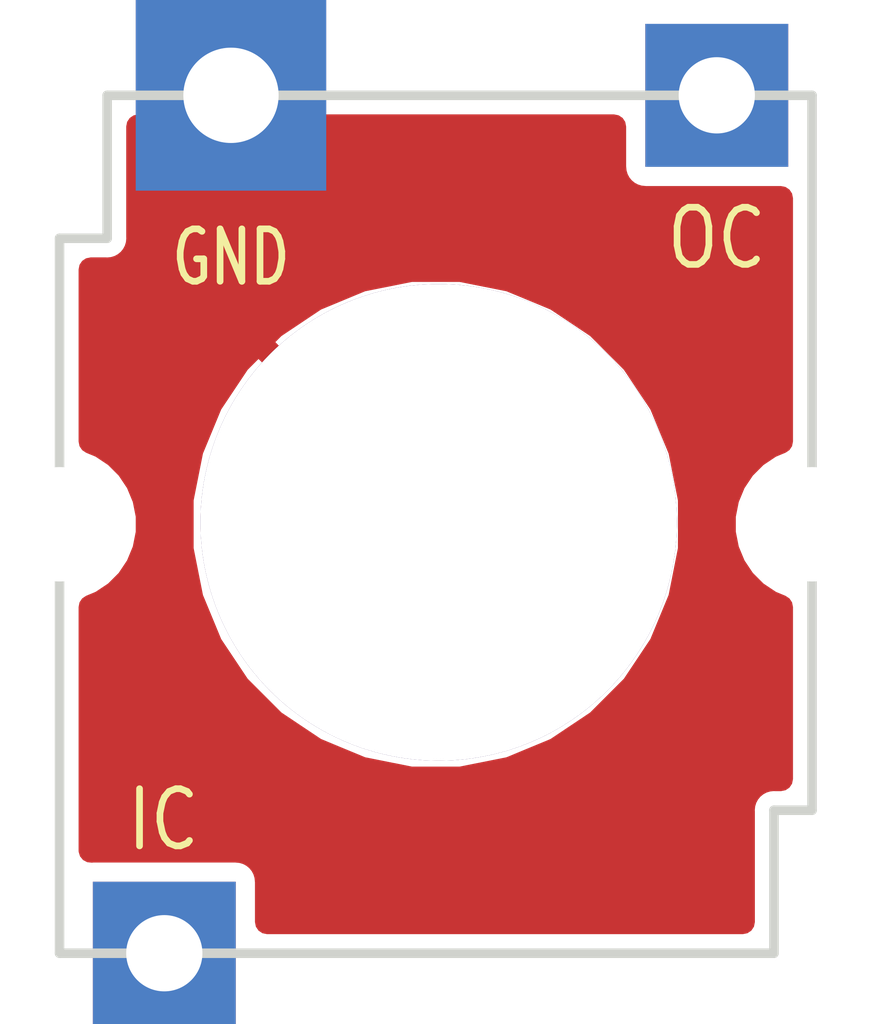
<source format=kicad_pcb>
(kicad_pcb (version 20171130) (host pcbnew "(5.1.10-1-10_14)")

  (general
    (thickness 1.6)
    (drawings 16)
    (tracks 2)
    (zones 0)
    (modules 6)
    (nets 4)
  )

  (page A4)
  (layers
    (0 F.Cu signal)
    (31 B.Cu signal)
    (32 B.Adhes user)
    (33 F.Adhes user)
    (34 B.Paste user)
    (35 F.Paste user)
    (36 B.SilkS user)
    (37 F.SilkS user)
    (38 B.Mask user)
    (39 F.Mask user)
    (40 Dwgs.User user)
    (41 Cmts.User user)
    (42 Eco1.User user)
    (43 Eco2.User user)
    (44 Edge.Cuts user)
    (45 Margin user)
    (46 B.CrtYd user)
    (47 F.CrtYd user)
    (48 B.Fab user)
    (49 F.Fab user)
  )

  (setup
    (last_trace_width 0.25)
    (user_trace_width 0.4)
    (trace_clearance 0.2)
    (zone_clearance 0.15)
    (zone_45_only no)
    (trace_min 0.2)
    (via_size 0.6)
    (via_drill 0.4)
    (via_min_size 0.4)
    (via_min_drill 0.3)
    (uvia_size 0.3)
    (uvia_drill 0.1)
    (uvias_allowed no)
    (uvia_min_size 0.2)
    (uvia_min_drill 0.1)
    (edge_width 0.05)
    (segment_width 0.05)
    (pcb_text_width 0.3)
    (pcb_text_size 1.5 1.5)
    (mod_edge_width 0.15)
    (mod_text_size 1 1)
    (mod_text_width 0.15)
    (pad_size 5.65 5.65)
    (pad_drill 5)
    (pad_to_mask_clearance 0.2)
    (aux_axis_origin 0 0)
    (visible_elements 7FFCFF7F)
    (pcbplotparams
      (layerselection 0x010f0_80000001)
      (usegerberextensions true)
      (usegerberattributes true)
      (usegerberadvancedattributes true)
      (creategerberjobfile true)
      (excludeedgelayer true)
      (linewidth 0.100000)
      (plotframeref false)
      (viasonmask false)
      (mode 1)
      (useauxorigin false)
      (hpglpennumber 1)
      (hpglpenspeed 20)
      (hpglpendiameter 15.000000)
      (psnegative false)
      (psa4output false)
      (plotreference true)
      (plotvalue true)
      (plotinvisibletext false)
      (padsonsilk false)
      (subtractmaskfromsilk false)
      (outputformat 1)
      (mirror false)
      (drillshape 0)
      (scaleselection 1)
      (outputdirectory ""))
  )

  (net 0 "")
  (net 1 GND)
  (net 2 OC)
  (net 3 IC)

  (net_class Default "This is the default net class."
    (clearance 0.2)
    (trace_width 0.25)
    (via_dia 0.6)
    (via_drill 0.4)
    (uvia_dia 0.3)
    (uvia_drill 0.1)
    (add_net GND)
    (add_net IC)
    (add_net OC)
  )

  (module cycfi_library:hole_1.2mm (layer F.Cu) (tedit 6122673A) (tstamp 6122989C)
    (at 134.1 92.4)
    (descr "Mounting Hole 2.1mm, no annular")
    (tags "mounting hole 2.1mm no annular")
    (attr virtual)
    (fp_text reference REF** (at 0 -3.2) (layer F.SilkS) hide
      (effects (font (size 1 1) (thickness 0.15)))
    )
    (fp_text value hole_1.2mm (at 0 3.2) (layer F.Fab)
      (effects (font (size 1 1) (thickness 0.15)))
    )
    (fp_text user %R (at 0.3 0) (layer F.Fab) hide
      (effects (font (size 1 1) (thickness 0.15)))
    )
    (fp_circle (center 0 0) (end 0.6 0) (layer F.CrtYd) (width 0.05))
    (pad "" np_thru_hole circle (at 0 0) (size 1.2 1.2) (drill 1.2) (layers *.Cu *.Mask))
  )

  (module cycfi_library:hole_1.2mm (layer F.Cu) (tedit 6122673A) (tstamp 6122943E)
    (at 142 92.4)
    (descr "Mounting Hole 2.1mm, no annular")
    (tags "mounting hole 2.1mm no annular")
    (attr virtual)
    (fp_text reference REF** (at 0 -3.2) (layer F.SilkS) hide
      (effects (font (size 1 1) (thickness 0.15)))
    )
    (fp_text value hole_1.2mm (at 0 3.2) (layer F.Fab)
      (effects (font (size 1 1) (thickness 0.15)))
    )
    (fp_circle (center 0 0) (end 0.6 0) (layer F.CrtYd) (width 0.05))
    (fp_text user %R (at 0.3 0) (layer F.Fab) hide
      (effects (font (size 1 1) (thickness 0.15)))
    )
    (pad "" np_thru_hole circle (at 0 0) (size 1.2 1.2) (drill 1.2) (layers *.Cu *.Mask))
  )

  (module cycfi_library:single-pad-1.5x1.5-th (layer F.Cu) (tedit 61222E32) (tstamp 5AAA8BCE)
    (at 135.2 96.9)
    (path /5AA78A2B)
    (fp_text reference SPAD1 (at 0 2.54) (layer F.SilkS) hide
      (effects (font (size 1 1) (thickness 0.15)))
    )
    (fp_text value "coil start" (at 0 -2.54) (layer F.Fab)
      (effects (font (size 1 1) (thickness 0.15)))
    )
    (pad 1 thru_hole rect (at 0 0) (size 1.5 1.5) (drill 0.8) (layers *.Cu *.Mask)
      (net 3 IC))
  )

  (module cycfi_library:nu_magnet_pad (layer F.Cu) (tedit 612260AA) (tstamp 5B4457BF)
    (at 138.08 92.38)
    (path /5AA78B65)
    (fp_text reference Magnet_PAD1 (at 0 4) (layer F.SilkS) hide
      (effects (font (size 1 1) (thickness 0.15)))
    )
    (fp_text value GND (at 0 -4) (layer F.Fab) hide
      (effects (font (size 1 1) (thickness 0.15)))
    )
    (pad 1 thru_hole circle (at 0 0) (size 5 5) (drill 5) (layers *.Cu *.Mask)
      (net 1 GND))
  )

  (module cycfi_library:single-pad-2x2-th (layer F.Cu) (tedit 6115D614) (tstamp 61228C6D)
    (at 135.9 87.9)
    (path /6122437B)
    (fp_text reference Gnd-Pad1 (at 0 2.54) (layer F.SilkS) hide
      (effects (font (size 1 1) (thickness 0.15)))
    )
    (fp_text value GND (at 0 -2.54) (layer F.Fab)
      (effects (font (size 1 1) (thickness 0.15)))
    )
    (pad 1 thru_hole rect (at 0 0) (size 2 2) (drill 1) (layers *.Cu *.Mask)
      (net 1 GND))
  )

  (module cycfi_library:single-pad-1.5x1.5-th (layer F.Cu) (tedit 61222E32) (tstamp 5AAA8BDC)
    (at 141 87.9 90)
    (path /5AA78AB0)
    (fp_text reference FPAD1 (at 0 2.54 90) (layer F.SilkS) hide
      (effects (font (size 1 1) (thickness 0.15)))
    )
    (fp_text value "coil finish" (at 0 -2.54 90) (layer F.Fab)
      (effects (font (size 1 1) (thickness 0.15)))
    )
    (pad 1 thru_hole rect (at 0 0 90) (size 1.5 1.5) (drill 0.8) (layers *.Cu *.Mask)
      (net 2 OC))
  )

  (gr_line (start 134.6 87.9) (end 142 87.9) (angle 90) (layer Edge.Cuts) (width 0.1))
  (gr_line (start 141.6 95.4) (end 142 95.4) (angle 90) (layer Edge.Cuts) (width 0.1))
  (gr_circle (center 138.05 92.4) (end 140.385 92.4) (layer Edge.Cuts) (width 0.1) (tstamp 612298BB))
  (gr_line (start 142 95.4) (end 142 87.9) (layer Edge.Cuts) (width 0.1))
  (gr_line (start 134.6 87.9) (end 134.6 89.4) (layer Edge.Cuts) (width 0.1))
  (gr_line (start 134.6 89.4) (end 134.1 89.4) (layer Edge.Cuts) (width 0.1))
  (gr_line (start 134.1 89.4) (end 134.1 96.9) (layer Edge.Cuts) (width 0.1))
  (gr_circle (center 138.06 92.4) (end 140.56 92.4) (layer Dwgs.User) (width 0.1))
  (gr_text GND (at 135.9 89.6) (layer F.SilkS)
    (effects (font (size 0.55 0.4) (thickness 0.07)))
  )
  (gr_text IC (at 135.19 95.5) (layer F.SilkS)
    (effects (font (size 0.6 0.5) (thickness 0.07)))
  )
  (gr_text OC (at 141 89.4) (layer F.SilkS)
    (effects (font (size 0.6 0.5) (thickness 0.07)))
  )
  (gr_circle (center 138.04 92.3) (end 138.04 88.3) (layer Dwgs.User) (width 0.05))
  (gr_line (start 141.6 96.9) (end 134.1 96.9) (angle 90) (layer Edge.Cuts) (width 0.1))
  (gr_line (start 137.99 87.9) (end 137.99 96.9) (angle 90) (layer Dwgs.User) (width 0.05))
  (gr_line (start 134.09 92.4) (end 142.04 92.4) (angle 90) (layer Dwgs.User) (width 0.05))
  (gr_line (start 141.6 95.4) (end 141.6 96.9) (angle 90) (layer Edge.Cuts) (width 0.1) (tstamp 5A961C1B))

  (segment (start 135.9 90.2) (end 138.08 92.38) (width 0.25) (layer F.Cu) (net 1))
  (segment (start 135.9 87.9) (end 135.9 90.2) (width 0.25) (layer F.Cu) (net 1))

  (zone (net 1) (net_name GND) (layer F.Cu) (tstamp 0) (hatch edge 0.508)
    (connect_pads yes (clearance 0.15))
    (min_thickness 0.254)
    (fill yes (arc_segments 32) (thermal_gap 0.508) (thermal_bridge_width 0.508))
    (polygon
      (pts
        (xy 142 97) (xy 134 97) (xy 134 87.75) (xy 142 87.75)
      )
    )
    (filled_polygon
      (pts
        (xy 139.921418 88.65) (xy 139.927732 88.714103) (xy 139.94643 88.775743) (xy 139.976794 88.83255) (xy 140.017657 88.882343)
        (xy 140.06745 88.923206) (xy 140.124257 88.95357) (xy 140.185897 88.972268) (xy 140.25 88.978582) (xy 141.673001 88.978582)
        (xy 141.673001 91.53207) (xy 141.560901 91.578504) (xy 141.409072 91.679952) (xy 141.279952 91.809072) (xy 141.178504 91.960901)
        (xy 141.108624 92.129604) (xy 141.073 92.308699) (xy 141.073 92.491301) (xy 141.108624 92.670396) (xy 141.178504 92.839099)
        (xy 141.279952 92.990928) (xy 141.409072 93.120048) (xy 141.560901 93.221496) (xy 141.673 93.26793) (xy 141.673 95.073)
        (xy 141.616061 95.073) (xy 141.6 95.071418) (xy 141.583939 95.073) (xy 141.535897 95.077732) (xy 141.474257 95.09643)
        (xy 141.41745 95.126794) (xy 141.367657 95.167657) (xy 141.326794 95.21745) (xy 141.29643 95.274257) (xy 141.277732 95.335897)
        (xy 141.271418 95.4) (xy 141.273 95.41606) (xy 141.273001 96.573) (xy 136.278582 96.573) (xy 136.278582 96.15)
        (xy 136.272268 96.085897) (xy 136.25357 96.024257) (xy 136.223206 95.96745) (xy 136.182343 95.917657) (xy 136.13255 95.876794)
        (xy 136.075743 95.84643) (xy 136.014103 95.827732) (xy 135.95 95.821418) (xy 134.45 95.821418) (xy 134.427 95.823683)
        (xy 134.427 93.26793) (xy 134.539099 93.221496) (xy 134.690928 93.120048) (xy 134.820048 92.990928) (xy 134.921496 92.839099)
        (xy 134.991376 92.670396) (xy 135.027 92.491301) (xy 135.027 92.308699) (xy 134.992871 92.137118) (xy 135.380915 92.137118)
        (xy 135.380915 92.662882) (xy 135.483486 93.178544) (xy 135.684687 93.664286) (xy 135.976786 94.101443) (xy 136.348557 94.473214)
        (xy 136.785714 94.765313) (xy 137.271456 94.966514) (xy 137.787118 95.069085) (xy 138.312882 95.069085) (xy 138.828544 94.966514)
        (xy 139.314286 94.765313) (xy 139.751443 94.473214) (xy 140.123214 94.101443) (xy 140.415313 93.664286) (xy 140.616514 93.178544)
        (xy 140.719085 92.662882) (xy 140.719085 92.137118) (xy 140.616514 91.621456) (xy 140.415313 91.135714) (xy 140.123214 90.698557)
        (xy 139.751443 90.326786) (xy 139.314286 90.034687) (xy 138.828544 89.833486) (xy 138.312882 89.730915) (xy 137.787118 89.730915)
        (xy 137.271456 89.833486) (xy 136.785714 90.034687) (xy 136.348557 90.326786) (xy 135.976786 90.698557) (xy 135.684687 91.135714)
        (xy 135.483486 91.621456) (xy 135.380915 92.137118) (xy 134.992871 92.137118) (xy 134.991376 92.129604) (xy 134.921496 91.960901)
        (xy 134.820048 91.809072) (xy 134.690928 91.679952) (xy 134.539099 91.578504) (xy 134.427 91.53207) (xy 134.427 89.727)
        (xy 134.583939 89.727) (xy 134.6 89.728582) (xy 134.616061 89.727) (xy 134.664103 89.722268) (xy 134.725743 89.70357)
        (xy 134.78255 89.673206) (xy 134.832343 89.632343) (xy 134.873206 89.58255) (xy 134.90357 89.525743) (xy 134.922268 89.464103)
        (xy 134.928582 89.4) (xy 134.927 89.383939) (xy 134.927 88.227) (xy 139.921418 88.227)
      )
    )
    (filled_polygon
      (pts
        (xy 138.632892 90.478464) (xy 138.996565 90.629102) (xy 139.323862 90.847795) (xy 139.602205 91.126138) (xy 139.820898 91.453435)
        (xy 139.971536 91.817108) (xy 140.048331 92.203182) (xy 140.048331 92.596818) (xy 139.971536 92.982892) (xy 139.820898 93.346565)
        (xy 139.602205 93.673862) (xy 139.323862 93.952205) (xy 138.996565 94.170898) (xy 138.632892 94.321536) (xy 138.246818 94.398331)
        (xy 137.853182 94.398331) (xy 137.467108 94.321536) (xy 137.103435 94.170898) (xy 136.776138 93.952205) (xy 136.497795 93.673862)
        (xy 136.279102 93.346565) (xy 136.128464 92.982892) (xy 136.051669 92.596818) (xy 136.051669 92.203182) (xy 136.128464 91.817108)
        (xy 136.279102 91.453435) (xy 136.497795 91.126138) (xy 136.776138 90.847795) (xy 137.103435 90.629102) (xy 137.467108 90.478464)
        (xy 137.853182 90.401669) (xy 138.246818 90.401669)
      )
    )
  )
  (zone (net 1) (net_name GND) (layer B.Cu) (tstamp 0) (hatch edge 0.508)
    (connect_pads yes (clearance 0.15))
    (min_thickness 0.254)
    (fill yes (arc_segments 32) (thermal_gap 0.508) (thermal_bridge_width 0.508))
    (polygon
      (pts
        (xy 142 97) (xy 134 97) (xy 134 87.8) (xy 142 87.8)
      )
    )
    (filled_polygon
      (pts
        (xy 138.632892 90.478464) (xy 138.996565 90.629102) (xy 139.323862 90.847795) (xy 139.602205 91.126138) (xy 139.820898 91.453435)
        (xy 139.971536 91.817108) (xy 140.048331 92.203182) (xy 140.048331 92.596818) (xy 139.971536 92.982892) (xy 139.820898 93.346565)
        (xy 139.602205 93.673862) (xy 139.323862 93.952205) (xy 138.996565 94.170898) (xy 138.632892 94.321536) (xy 138.246818 94.398331)
        (xy 137.853182 94.398331) (xy 137.467108 94.321536) (xy 137.103435 94.170898) (xy 136.776138 93.952205) (xy 136.497795 93.673862)
        (xy 136.279102 93.346565) (xy 136.128464 92.982892) (xy 136.051669 92.596818) (xy 136.051669 92.203182) (xy 136.128464 91.817108)
        (xy 136.279102 91.453435) (xy 136.497795 91.126138) (xy 136.776138 90.847795) (xy 137.103435 90.629102) (xy 137.467108 90.478464)
        (xy 137.853182 90.401669) (xy 138.246818 90.401669)
      )
    )
  )
)

</source>
